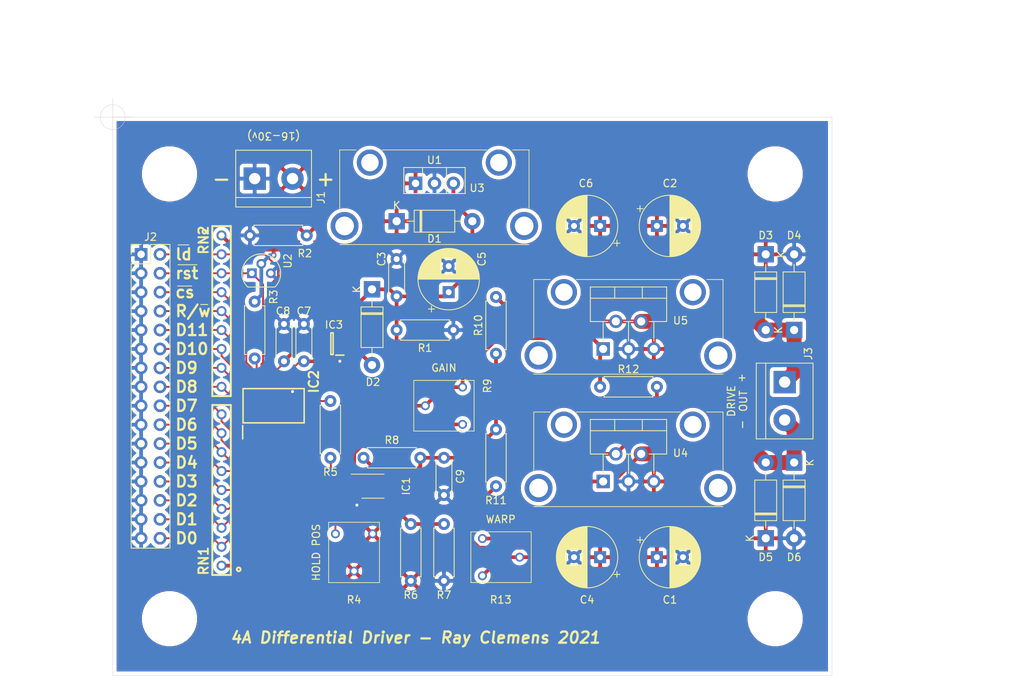
<source format=kicad_pcb>
(kicad_pcb (version 20171130) (host pcbnew "(5.1.6)-1")
  (layers (0 F.Cu signal) (31 B.Cu signal) (34 B.Paste user) (35 F.Paste user) (36 B.SilkS user) (37 F.SilkS user) (38 B.Mask user) (39 F.Mask user) (44 Edge.Cuts user))
  (net 0 "")
  (net 1 GND)
  (net 2 +12V)
  (net 3 +5V)
  (net 4 "Net-(IC1-Pad5)")
  (net 5 "Net-(IC1-Pad3)")
  (net 6 "Net-(IC1-Pad2)")
  (net 7 "Net-(IC1-Pad1)")
  (net 8 "Net-(IC2-Pad14)")
  (net 9 "Net-(IC2-Pad12)")
  (net 10 "Net-(IC2-Pad11)")
  (net 11 "Net-(IC2-Pad10)")
  (net 12 "Net-(IC2-Pad9)")
  (net 13 "Net-(IC2-Pad8)")
  (net 14 "Net-(IC2-Pad7)")
  (net 15 "Net-(IC2-Pad6)")
  (net 16 "Net-(IC2-Pad5)")
  (net 17 "Net-(IC2-Pad4)")
  (net 18 "Net-(IC2-Pad3)")
  (net 19 "Net-(IC2-Pad2)")
  (net 20 "Net-(IC2-Pad1)")
  (net 21 "Net-(IC2-Pad20)")
  (net 22 "Net-(IC2-Pad21)")
  (net 23 "Net-(IC2-Pad23)")
  (net 24 "Net-(IC2-Pad24)")
  (net 25 "Net-(IC2-Pad22)")
  (net 26 /DAC1_OUT)
  (net 27 "Net-(U3-Pad4)")
  (net 28 "Net-(U3-Pad3)")
  (net 29 "Net-(U3-Pad2)")
  (net 30 "Net-(U3-Pad1)")
  (net 31 "Net-(U4-Pad4)")
  (net 32 "Net-(U4-Pad3)")
  (net 33 "Net-(U4-Pad2)")
  (net 34 "Net-(U4-Pad1)")
  (net 35 "Net-(U5-Pad4)")
  (net 36 "Net-(U5-Pad3)")
  (net 37 "Net-(U5-Pad2)")
  (net 38 "Net-(U5-Pad1)")
  (net 39 "Net-(D3-Pad2)")
  (net 40 "Net-(D5-Pad2)")
  (net 41 "Net-(R11-Pad2)")
  (net 42 "Net-(R12-Pad2)")
  (net 43 "Net-(C7-Pad1)")
  (net 44 "Net-(C9-Pad1)")
  (module Diode_THT:D_DO-41_SOD81_P10.16mm_Horizontal (layer F.Cu) (at 136.398 86.614 270)
    (fp_text reference D2 (at 12.446 -0.127) (layer F.SilkS))
    (fp_text value 1N4001)
    (fp_text user K (at 0 2.032 90) (layer F.SilkS))
    (pad 2 thru_hole oval (at 10.16 0 270) (size 2.2 2.2) (drill 1.1) (layers *.Cu *.Mask) (net 43 "Net-(C7-Pad1)"))
    (pad 1 thru_hole rect (at 0 0 270) (size 2.2 2.2) (drill 1.1) (layers *.Cu *.Mask) (net 3 +5V))
  )
  (module MountingHole:MountingHole_6.4mm_M6 (layer F.Cu) (at 109.22 130.81)
    (fp_text reference REF** hide)
    (fp_text value MountingHole_6.4mm_M6)
    (pad 1 np_thru_hole circle (at 0 0) (size 6.4 6.4) (drill 6.4) (layers *.Cu *.Mask))
  )
  (module MountingHole:MountingHole_6.4mm_M6 (layer F.Cu) (at 190.5 130.81)
    (fp_text reference REF** hide)
    (fp_text value MountingHole_6.4mm_M6)
    (pad 1 np_thru_hole circle (at 0 0) (size 6.4 6.4) (drill 6.4) (layers *.Cu *.Mask))
  )
  (module MountingHole:MountingHole_6.4mm_M6 (layer F.Cu) (at 190.5 71.12)
    (fp_text reference REF** hide)
    (fp_text value MountingHole_6.4mm_M6)
    (pad 1 np_thru_hole circle (at 0 0) (size 6.4 6.4) (drill 6.4) (layers *.Cu *.Mask))
  )
  (module MountingHole:MountingHole_6.4mm_M6 (layer F.Cu) (at 109.22 71.12)
    (fp_text reference REF** hide)
    (fp_text value MountingHole_6.4mm_M6)
    (pad 1 np_thru_hole circle (at 0 0) (size 6.4 6.4) (drill 6.4) (layers *.Cu *.Mask))
  )
  (module Package_SO:MSOP-8_3x3mm_P0.65mm (layer F.Cu) (at 136.525 113.03)
    (fp_text reference IC1 (at 4.445 0 90) (layer F.SilkS))
    (fp_text value ADA4522-2)
    (pad 8 smd roundrect (at 2.1125 -0.975) (size 1.625 0.4) (layers F.Cu F.Paste F.Mask) (net 2 +12V))
    (pad 7 smd roundrect (at 2.1125 -0.325) (size 1.625 0.4) (layers F.Cu F.Paste F.Mask) (net 44 "Net-(C9-Pad1)"))
    (pad 6 smd roundrect (at 2.1125 0.325) (size 1.625 0.4) (layers F.Cu F.Paste F.Mask) (net 44 "Net-(C9-Pad1)"))
    (pad 5 smd roundrect (at 2.1125 0.975) (size 1.625 0.4) (layers F.Cu F.Paste F.Mask) (net 4 "Net-(IC1-Pad5)"))
    (pad 4 smd roundrect (at -2.1125 0.975) (size 1.625 0.4) (layers F.Cu F.Paste F.Mask) (net 1 GND))
    (pad 3 smd roundrect (at -2.1125 0.325) (size 1.625 0.4) (layers F.Cu F.Paste F.Mask) (net 5 "Net-(IC1-Pad3)"))
    (pad 2 smd roundrect (at -2.1125 -0.325) (size 1.625 0.4) (layers F.Cu F.Paste F.Mask) (net 6 "Net-(IC1-Pad2)"))
    (pad 1 smd roundrect (at -2.1125 -0.975) (size 1.625 0.4) (layers F.Cu F.Paste F.Mask) (net 7 "Net-(IC1-Pad1)"))
  )
  (module Package_TO_SOT_THT:TO-92 (layer F.Cu) (at 120.269 84.455)
    (fp_text reference U2 (at 4.826 -1.651 90) (layer F.SilkS))
    (fp_text value DS1813)
    (pad 1 thru_hole rect (at 0 0 90) (size 1.3 1.3) (drill 0.75) (layers *.Cu *.Mask) (net 22 "Net-(IC2-Pad21)"))
    (pad 3 thru_hole circle (at 2.54 0 90) (size 1.3 1.3) (drill 0.75) (layers *.Cu *.Mask) (net 1 GND))
    (pad 2 thru_hole circle (at 1.27 -1.27 90) (size 1.3 1.3) (drill 0.75) (layers *.Cu *.Mask) (net 3 +5V))
  )
  (module SamacSys_Parts:SOT96P240X100-3N (layer F.Cu) (at 131.03 93.909 180)
    (fp_text reference IC3 (at -0.254 2.54) (layer F.SilkS))
    (fp_text value ZMR250FTA hide)
    (pad 3 smd rect (at 1.05 0 270) (size 0.65 1.1) (layers F.Cu F.Paste F.Mask) (net 3 +5V))
    (pad 2 smd rect (at -1.05 0.96 270) (size 0.65 1.1) (layers F.Cu F.Paste F.Mask) (net 43 "Net-(C7-Pad1)"))
    (pad 1 smd rect (at -1.05 -0.96 270) (size 0.65 1.1) (layers F.Cu F.Paste F.Mask) (net 1 GND))
  )
  (module SamacSys_Parts:SOP65P780X200-24N (layer F.Cu) (at 123.19 102.235 90)
    (fp_text reference IC2 (at 3.2385 5.3975 90) (layer F.SilkS) (effects (font (size 1.27 1.27) (thickness 0.254))))
    (fp_text value DAC7613E hide)
    (pad 24 smd rect (at 3.55 -3.575 180) (size 0.45 1.8) (layers F.Cu F.Paste F.Mask) (net 24 "Net-(IC2-Pad24)"))
    (pad 23 smd rect (at 3.55 -2.925 180) (size 0.45 1.8) (layers F.Cu F.Paste F.Mask) (net 23 "Net-(IC2-Pad23)"))
    (pad 22 smd rect (at 3.55 -2.275 180) (size 0.45 1.8) (layers F.Cu F.Paste F.Mask) (net 25 "Net-(IC2-Pad22)"))
    (pad 21 smd rect (at 3.55 -1.625 180) (size 0.45 1.8) (layers F.Cu F.Paste F.Mask) (net 22 "Net-(IC2-Pad21)"))
    (pad 20 smd rect (at 3.55 -0.975 180) (size 0.45 1.8) (layers F.Cu F.Paste F.Mask) (net 21 "Net-(IC2-Pad20)"))
    (pad 19 smd rect (at 3.55 -0.325 180) (size 0.45 1.8) (layers F.Cu F.Paste F.Mask) (net 26 /DAC1_OUT))
    (pad 18 smd rect (at 3.55 0.325 180) (size 0.45 1.8) (layers F.Cu F.Paste F.Mask) (net 3 +5V))
    (pad 17 smd rect (at 3.55 0.975 180) (size 0.45 1.8) (layers F.Cu F.Paste F.Mask) (net 1 GND))
    (pad 16 smd rect (at 3.55 1.625 180) (size 0.45 1.8) (layers F.Cu F.Paste F.Mask) (net 1 GND))
    (pad 15 smd rect (at 3.55 2.275 180) (size 0.45 1.8) (layers F.Cu F.Paste F.Mask) (net 43 "Net-(C7-Pad1)"))
    (pad 14 smd rect (at 3.55 2.925 180) (size 0.45 1.8) (layers F.Cu F.Paste F.Mask) (net 8 "Net-(IC2-Pad14)"))
    (pad 13 smd rect (at 3.55 3.575 180) (size 0.45 1.8) (layers F.Cu F.Paste F.Mask) (net 1 GND))
    (pad 12 smd rect (at -3.55 3.575 180) (size 0.45 1.8) (layers F.Cu F.Paste F.Mask) (net 9 "Net-(IC2-Pad12)"))
    (pad 11 smd rect (at -3.55 2.925 180) (size 0.45 1.8) (layers F.Cu F.Paste F.Mask) (net 10 "Net-(IC2-Pad11)"))
    (pad 10 smd rect (at -3.55 2.275 180) (size 0.45 1.8) (layers F.Cu F.Paste F.Mask) (net 11 "Net-(IC2-Pad10)"))
    (pad 9 smd rect (at -3.55 1.625 180) (size 0.45 1.8) (layers F.Cu F.Paste F.Mask) (net 12 "Net-(IC2-Pad9)"))
    (pad 8 smd rect (at -3.55 0.975 180) (size 0.45 1.8) (layers F.Cu F.Paste F.Mask) (net 13 "Net-(IC2-Pad8)"))
    (pad 7 smd rect (at -3.55 0.325 180) (size 0.45 1.8) (layers F.Cu F.Paste F.Mask) (net 14 "Net-(IC2-Pad7)"))
    (pad 6 smd rect (at -3.55 -0.325 180) (size 0.45 1.8) (layers F.Cu F.Paste F.Mask) (net 15 "Net-(IC2-Pad6)"))
    (pad 5 smd rect (at -3.55 -0.975 180) (size 0.45 1.8) (layers F.Cu F.Paste F.Mask) (net 16 "Net-(IC2-Pad5)"))
    (pad 4 smd rect (at -3.55 -1.625 180) (size 0.45 1.8) (layers F.Cu F.Paste F.Mask) (net 17 "Net-(IC2-Pad4)"))
    (pad 3 smd rect (at -3.55 -2.275 180) (size 0.45 1.8) (layers F.Cu F.Paste F.Mask) (net 18 "Net-(IC2-Pad3)"))
    (pad 2 smd rect (at -3.55 -2.925 180) (size 0.45 1.8) (layers F.Cu F.Paste F.Mask) (net 19 "Net-(IC2-Pad2)"))
    (pad 1 smd rect (at -3.55 -3.575 180) (size 0.45 1.8) (layers F.Cu F.Paste F.Mask) (net 20 "Net-(IC2-Pad1)"))
  )
  (module Connector_PinHeader_2.54mm:PinHeader_2x16_P2.54mm_Vertical (layer F.Cu) (at 105.41 81.915)
    (fp_text reference J2 (at 1.27 -2.33) (layer F.SilkS))
    (fp_text value Conn_02x16_Odd_Even)
    (pad 32 thru_hole oval (at 2.54 38.1) (size 1.7 1.7) (drill 1) (layers *.Cu *.Mask) (net 9 "Net-(IC2-Pad12)"))
    (pad 31 thru_hole oval (at 0 38.1) (size 1.7 1.7) (drill 1) (layers *.Cu *.Mask) (net 1 GND))
    (pad 30 thru_hole oval (at 2.54 35.56) (size 1.7 1.7) (drill 1) (layers *.Cu *.Mask) (net 10 "Net-(IC2-Pad11)"))
    (pad 29 thru_hole oval (at 0 35.56) (size 1.7 1.7) (drill 1) (layers *.Cu *.Mask) (net 1 GND))
    (pad 28 thru_hole oval (at 2.54 33.02) (size 1.7 1.7) (drill 1) (layers *.Cu *.Mask) (net 11 "Net-(IC2-Pad10)"))
    (pad 27 thru_hole oval (at 0 33.02) (size 1.7 1.7) (drill 1) (layers *.Cu *.Mask) (net 1 GND))
    (pad 26 thru_hole oval (at 2.54 30.48) (size 1.7 1.7) (drill 1) (layers *.Cu *.Mask) (net 12 "Net-(IC2-Pad9)"))
    (pad 25 thru_hole oval (at 0 30.48) (size 1.7 1.7) (drill 1) (layers *.Cu *.Mask) (net 1 GND))
    (pad 24 thru_hole oval (at 2.54 27.94) (size 1.7 1.7) (drill 1) (layers *.Cu *.Mask) (net 13 "Net-(IC2-Pad8)"))
    (pad 23 thru_hole oval (at 0 27.94) (size 1.7 1.7) (drill 1) (layers *.Cu *.Mask) (net 1 GND))
    (pad 22 thru_hole oval (at 2.54 25.4) (size 1.7 1.7) (drill 1) (layers *.Cu *.Mask) (net 14 "Net-(IC2-Pad7)"))
    (pad 21 thru_hole oval (at 0 25.4) (size 1.7 1.7) (drill 1) (layers *.Cu *.Mask) (net 1 GND))
    (pad 20 thru_hole oval (at 2.54 22.86) (size 1.7 1.7) (drill 1) (layers *.Cu *.Mask) (net 15 "Net-(IC2-Pad6)"))
    (pad 19 thru_hole oval (at 0 22.86) (size 1.7 1.7) (drill 1) (layers *.Cu *.Mask) (net 1 GND))
    (pad 18 thru_hole oval (at 2.54 20.32) (size 1.7 1.7) (drill 1) (layers *.Cu *.Mask) (net 16 "Net-(IC2-Pad5)"))
    (pad 17 thru_hole oval (at 0 20.32) (size 1.7 1.7) (drill 1) (layers *.Cu *.Mask) (net 1 GND))
    (pad 16 thru_hole oval (at 2.54 17.78) (size 1.7 1.7) (drill 1) (layers *.Cu *.Mask) (net 17 "Net-(IC2-Pad4)"))
    (pad 15 thru_hole oval (at 0 17.78) (size 1.7 1.7) (drill 1) (layers *.Cu *.Mask) (net 1 GND))
    (pad 14 thru_hole oval (at 2.54 15.24) (size 1.7 1.7) (drill 1) (layers *.Cu *.Mask) (net 18 "Net-(IC2-Pad3)"))
    (pad 13 thru_hole oval (at 0 15.24) (size 1.7 1.7) (drill 1) (layers *.Cu *.Mask) (net 1 GND))
    (pad 12 thru_hole oval (at 2.54 12.7) (size 1.7 1.7) (drill 1) (layers *.Cu *.Mask) (net 19 "Net-(IC2-Pad2)"))
    (pad 11 thru_hole oval (at 0 12.7) (size 1.7 1.7) (drill 1) (layers *.Cu *.Mask) (net 1 GND))
    (pad 10 thru_hole oval (at 2.54 10.16) (size 1.7 1.7) (drill 1) (layers *.Cu *.Mask) (net 20 "Net-(IC2-Pad1)"))
    (pad 9 thru_hole oval (at 0 10.16) (size 1.7 1.7) (drill 1) (layers *.Cu *.Mask) (net 1 GND))
    (pad 8 thru_hole oval (at 2.54 7.62) (size 1.7 1.7) (drill 1) (layers *.Cu *.Mask) (net 24 "Net-(IC2-Pad24)"))
    (pad 7 thru_hole oval (at 0 7.62) (size 1.7 1.7) (drill 1) (layers *.Cu *.Mask) (net 1 GND))
    (pad 6 thru_hole oval (at 2.54 5.08) (size 1.7 1.7) (drill 1) (layers *.Cu *.Mask) (net 23 "Net-(IC2-Pad23)"))
    (pad 5 thru_hole oval (at 0 5.08) (size 1.7 1.7) (drill 1) (layers *.Cu *.Mask) (net 1 GND))
    (pad 4 thru_hole oval (at 2.54 2.54) (size 1.7 1.7) (drill 1) (layers *.Cu *.Mask) (net 22 "Net-(IC2-Pad21)"))
    (pad 3 thru_hole oval (at 0 2.54) (size 1.7 1.7) (drill 1) (layers *.Cu *.Mask) (net 1 GND))
    (pad 2 thru_hole oval (at 2.54 0) (size 1.7 1.7) (drill 1) (layers *.Cu *.Mask) (net 21 "Net-(IC2-Pad20)"))
    (pad 1 thru_hole rect (at 0 0) (size 1.7 1.7) (drill 1) (layers *.Cu *.Mask) (net 1 GND))
  )
  (module Package_TO_SOT_THT:TO-220-5_P3.4x3.7mm_StaggerOdd_Lead3.8mm_Vertical (layer F.Cu) (at 167.415 112.395)
    (fp_text reference U7 hide)
    (fp_text value LM1875)
    (pad 5 thru_hole oval (at 6.8 0) (size 1.8 1.8) (drill 1.1) (layers *.Cu *.Mask) (net 2 +12V))
    (pad 4 thru_hole oval (at 5.1 -3.7) (size 1.8 1.8) (drill 1.1) (layers *.Cu *.Mask) (net 40 "Net-(D5-Pad2)"))
    (pad 3 thru_hole oval (at 3.4 0) (size 1.8 1.8) (drill 1.1) (layers *.Cu *.Mask) (net 1 GND))
    (pad 2 thru_hole oval (at 1.7 -3.7) (size 1.8 1.8) (drill 1.1) (layers *.Cu *.Mask) (net 42 "Net-(R12-Pad2)"))
    (pad 1 thru_hole rect (at 0 0) (size 1.8 1.8) (drill 1.1) (layers *.Cu *.Mask) (net 41 "Net-(R11-Pad2)"))
  )
  (module Package_TO_SOT_THT:TO-220-5_P3.4x3.7mm_StaggerOdd_Lead3.8mm_Vertical (layer F.Cu) (at 167.415 94.615)
    (fp_text reference U6 hide)
    (fp_text value LM1875)
    (pad 5 thru_hole oval (at 6.8 0) (size 1.8 1.8) (drill 1.1) (layers *.Cu *.Mask) (net 2 +12V))
    (pad 4 thru_hole oval (at 5.1 -3.7) (size 1.8 1.8) (drill 1.1) (layers *.Cu *.Mask) (net 39 "Net-(D3-Pad2)"))
    (pad 3 thru_hole oval (at 3.4 0) (size 1.8 1.8) (drill 1.1) (layers *.Cu *.Mask) (net 1 GND))
    (pad 2 thru_hole oval (at 1.7 -3.7) (size 1.8 1.8) (drill 1.1) (layers *.Cu *.Mask) (net 39 "Net-(D3-Pad2)"))
    (pad 1 thru_hole rect (at 0 0) (size 1.8 1.8) (drill 1.1) (layers *.Cu *.Mask) (net 7 "Net-(IC1-Pad1)"))
  )
  (module SamacSys_Parts:240118ABEH22 (layer F.Cu) (at 158.75 95.495)
    (fp_text reference U5 (at 19.05 -4.69) (layer F.SilkS))
    (fp_text value 240-118ABEH-22 hide)
    (pad 1 thru_hole circle (at 0 0) (size 3.75 3.75) (drill 2.5) (layers *.Cu *.Mask) (net 38 "Net-(U5-Pad1)"))
    (pad 2 thru_hole circle (at 24.1 0) (size 3.75 3.75) (drill 2.5) (layers *.Cu *.Mask) (net 37 "Net-(U5-Pad2)"))
    (pad 3 thru_hole circle (at 3.4 -8.5) (size 3.515 3.515) (drill 2.3431) (layers *.Cu *.Mask) (net 36 "Net-(U5-Pad3)"))
    (pad 4 thru_hole circle (at 20.7 -8.5) (size 3.515 3.515) (drill 2.3431) (layers *.Cu *.Mask) (net 35 "Net-(U5-Pad4)"))
  )
  (module SamacSys_Parts:240118ABEH22 (layer F.Cu) (at 158.75 113.275)
    (fp_text reference U4 (at 19.05 -4.69) (layer F.SilkS))
    (fp_text value 240-118ABEH-22 hide)
    (pad 1 thru_hole circle (at 0 0) (size 3.75 3.75) (drill 2.5) (layers *.Cu *.Mask) (net 34 "Net-(U4-Pad1)"))
    (pad 2 thru_hole circle (at 24.1 0) (size 3.75 3.75) (drill 2.5) (layers *.Cu *.Mask) (net 33 "Net-(U4-Pad2)"))
    (pad 3 thru_hole circle (at 3.4 -8.5) (size 3.515 3.515) (drill 2.3431) (layers *.Cu *.Mask) (net 32 "Net-(U4-Pad3)"))
    (pad 4 thru_hole circle (at 20.7 -8.5) (size 3.515 3.515) (drill 2.3431) (layers *.Cu *.Mask) (net 31 "Net-(U4-Pad4)"))
  )
  (module SamacSys_Parts:240118ABEH22 (layer F.Cu) (at 132.715 78.105)
    (fp_text reference U3 (at 17.78 -5.08) (layer F.SilkS))
    (fp_text value 240-118ABEH-22 hide)
    (pad 1 thru_hole circle (at 0 0) (size 3.75 3.75) (drill 2.5) (layers *.Cu *.Mask) (net 30 "Net-(U3-Pad1)"))
    (pad 2 thru_hole circle (at 24.1 0) (size 3.75 3.75) (drill 2.5) (layers *.Cu *.Mask) (net 29 "Net-(U3-Pad2)"))
    (pad 3 thru_hole circle (at 3.4 -8.5) (size 3.515 3.515) (drill 2.3431) (layers *.Cu *.Mask) (net 28 "Net-(U3-Pad3)"))
    (pad 4 thru_hole circle (at 20.7 -8.5) (size 3.515 3.515) (drill 2.3431) (layers *.Cu *.Mask) (net 27 "Net-(U3-Pad4)"))
  )
  (module Package_TO_SOT_THT:TO-126-3_Vertical (layer F.Cu) (at 142.24 72.39)
    (fp_text reference U1 (at 2.54 -3.12) (layer F.SilkS))
    (fp_text value L7805)
    (pad 3 thru_hole oval (at 5.08 0) (size 1.8 1.8) (drill 1) (layers *.Cu *.Mask) (net 3 +5V))
    (pad 2 thru_hole oval (at 2.54 0) (size 1.8 1.8) (drill 1) (layers *.Cu *.Mask) (net 1 GND))
    (pad 1 thru_hole rect (at 0 0) (size 1.8 1.8) (drill 1) (layers *.Cu *.Mask) (net 2 +12V))
  )
  (module SamacSys_Parts:4609X (layer F.Cu) (at 116.205 89.535 270)
    (fp_text reference RN2 (at -9.525 2.413 90) (layer F.SilkS) (effects (font (size 1.27 1.27) (thickness 0.254))))
    (fp_text value 4609M-101-103LF hide)
    (pad 9 thru_hole circle (at 10.16 0 270) (size 1.34 1.34) (drill 0.84) (layers *.Cu *.Mask) (net 17 "Net-(IC2-Pad4)"))
    (pad 8 thru_hole circle (at 7.62 0 270) (size 1.34 1.34) (drill 0.84) (layers *.Cu *.Mask) (net 18 "Net-(IC2-Pad3)"))
    (pad 7 thru_hole circle (at 5.08 0 270) (size 1.34 1.34) (drill 0.84) (layers *.Cu *.Mask) (net 19 "Net-(IC2-Pad2)"))
    (pad 6 thru_hole circle (at 2.54 0 270) (size 1.34 1.34) (drill 0.84) (layers *.Cu *.Mask) (net 20 "Net-(IC2-Pad1)"))
    (pad 5 thru_hole circle (at 0 0 270) (size 1.34 1.34) (drill 0.84) (layers *.Cu *.Mask) (net 24 "Net-(IC2-Pad24)"))
    (pad 4 thru_hole circle (at -2.54 0 270) (size 1.34 1.34) (drill 0.84) (layers *.Cu *.Mask) (net 23 "Net-(IC2-Pad23)"))
    (pad 3 thru_hole circle (at -5.08 0 270) (size 1.34 1.34) (drill 0.84) (layers *.Cu *.Mask) (net 22 "Net-(IC2-Pad21)"))
    (pad 2 thru_hole circle (at -7.62 0 270) (size 1.34 1.34) (drill 0.84) (layers *.Cu *.Mask) (net 21 "Net-(IC2-Pad20)"))
    (pad 1 thru_hole circle (at -10.16 0 270) (size 1.34 1.34) (drill 0.84) (layers *.Cu *.Mask) (net 3 +5V))
  )
  (module SamacSys_Parts:4609X (layer F.Cu) (at 116.205 113.538 90)
    (fp_text reference RN1 (at -9.525 -2.413 90) (layer F.SilkS) (effects (font (size 1.27 1.27) (thickness 0.254))))
    (fp_text value 4609M-101-103LF hide)
    (pad 9 thru_hole circle (at 10.16 0 90) (size 1.34 1.34) (drill 0.84) (layers *.Cu *.Mask) (net 16 "Net-(IC2-Pad5)"))
    (pad 8 thru_hole circle (at 7.62 0 90) (size 1.34 1.34) (drill 0.84) (layers *.Cu *.Mask) (net 15 "Net-(IC2-Pad6)"))
    (pad 7 thru_hole circle (at 5.08 0 90) (size 1.34 1.34) (drill 0.84) (layers *.Cu *.Mask) (net 14 "Net-(IC2-Pad7)"))
    (pad 6 thru_hole circle (at 2.54 0 90) (size 1.34 1.34) (drill 0.84) (layers *.Cu *.Mask) (net 13 "Net-(IC2-Pad8)"))
    (pad 5 thru_hole circle (at 0 0 90) (size 1.34 1.34) (drill 0.84) (layers *.Cu *.Mask) (net 12 "Net-(IC2-Pad9)"))
    (pad 4 thru_hole circle (at -2.54 0 90) (size 1.34 1.34) (drill 0.84) (layers *.Cu *.Mask) (net 11 "Net-(IC2-Pad10)"))
    (pad 3 thru_hole circle (at -5.08 0 90) (size 1.34 1.34) (drill 0.84) (layers *.Cu *.Mask) (net 10 "Net-(IC2-Pad11)"))
    (pad 2 thru_hole circle (at -7.62 0 90) (size 1.34 1.34) (drill 0.84) (layers *.Cu *.Mask) (net 9 "Net-(IC2-Pad12)"))
    (pad 1 thru_hole circle (at -10.16 0 90) (size 1.34 1.34) (drill 0.84) (layers *.Cu *.Mask) (net 3 +5V))
  )
  (module SamacSys_Parts:3306P1204 (layer F.Cu) (at 153.71 122.555 270)
    (fp_text reference R13 (at 5.715 0.04 180) (layer F.SilkS))
    (fp_text value 3306P-1-204 hide)
    (pad 3 thru_hole circle (at 2.5 2.5 270) (size 1.2 1.2) (drill 0.75) (layers *.Cu *.Mask) (net 40 "Net-(D5-Pad2)"))
    (pad 2 thru_hole circle (at 0 -2.5 270) (size 1.2 1.2) (drill 0.75) (layers *.Cu *.Mask) (net 40 "Net-(D5-Pad2)"))
    (pad 1 thru_hole circle (at -2.5 2.5 270) (size 1.2 1.2) (drill 0.75) (layers *.Cu *.Mask) (net 42 "Net-(R12-Pad2)"))
  )
  (module Resistor_THT:R_Axial_DIN0207_L6.3mm_D2.5mm_P7.62mm_Horizontal (layer F.Cu) (at 167.005 99.695)
    (fp_text reference R12 (at 3.81 -2.37) (layer F.SilkS))
    (fp_text value 100k)
    (pad 2 thru_hole oval (at 7.62 0) (size 1.6 1.6) (drill 0.8) (layers *.Cu *.Mask) (net 42 "Net-(R12-Pad2)"))
    (pad 1 thru_hole circle (at 0 0) (size 1.6 1.6) (drill 0.8) (layers *.Cu *.Mask) (net 7 "Net-(IC1-Pad1)"))
  )
  (module Resistor_THT:R_Axial_DIN0207_L6.3mm_D2.5mm_P7.62mm_Horizontal (layer F.Cu) (at 153.035 105.41 270)
    (fp_text reference R11 (at 9.525 0 180) (layer F.SilkS))
    (fp_text value 10k)
    (pad 2 thru_hole oval (at 7.62 0 270) (size 1.6 1.6) (drill 0.8) (layers *.Cu *.Mask) (net 41 "Net-(R11-Pad2)"))
    (pad 1 thru_hole circle (at 0 0 270) (size 1.6 1.6) (drill 0.8) (layers *.Cu *.Mask) (net 44 "Net-(C9-Pad1)"))
  )
  (module Resistor_THT:R_Axial_DIN0207_L6.3mm_D2.5mm_P7.62mm_Horizontal (layer F.Cu) (at 153.035 95.25 90)
    (fp_text reference R10 (at 3.81 -2.37 90) (layer F.SilkS))
    (fp_text value 100k)
    (pad 2 thru_hole oval (at 7.62 0 90) (size 1.6 1.6) (drill 0.8) (layers *.Cu *.Mask) (net 39 "Net-(D3-Pad2)"))
    (pad 1 thru_hole circle (at 0 0 90) (size 1.6 1.6) (drill 0.8) (layers *.Cu *.Mask) (net 44 "Net-(C9-Pad1)"))
  )
  (module SamacSys_Parts:3306P1204 (layer F.Cu) (at 146.05 102.235 90)
    (fp_text reference R9 (at 2.667 5.842 90) (layer F.SilkS))
    (fp_text value 3306P-1-204 hide)
    (pad 3 thru_hole circle (at 2.5 2.5 90) (size 1.2 1.2) (drill 0.75) (layers *.Cu *.Mask) (net 7 "Net-(IC1-Pad1)"))
    (pad 2 thru_hole circle (at 0 -2.5 90) (size 1.2 1.2) (drill 0.75) (layers *.Cu *.Mask) (net 7 "Net-(IC1-Pad1)"))
    (pad 1 thru_hole circle (at -2.5 2.5 90) (size 1.2 1.2) (drill 0.75) (layers *.Cu *.Mask) (net 6 "Net-(IC1-Pad2)"))
  )
  (module Resistor_THT:R_Axial_DIN0207_L6.3mm_D2.5mm_P7.62mm_Horizontal (layer F.Cu) (at 135.255 109.22)
    (fp_text reference R8 (at 3.81 -2.37) (layer F.SilkS))
    (fp_text value 10k)
    (pad 2 thru_hole oval (at 7.62 0) (size 1.6 1.6) (drill 0.8) (layers *.Cu *.Mask) (net 44 "Net-(C9-Pad1)"))
    (pad 1 thru_hole circle (at 0 0) (size 1.6 1.6) (drill 0.8) (layers *.Cu *.Mask) (net 6 "Net-(IC1-Pad2)"))
  )
  (module Resistor_THT:R_Axial_DIN0207_L6.3mm_D2.5mm_P7.62mm_Horizontal (layer F.Cu) (at 146.05 118.11 270)
    (fp_text reference R7 (at 9.525 0 180) (layer F.SilkS))
    (fp_text value 10k)
    (pad 2 thru_hole oval (at 7.62 0 270) (size 1.6 1.6) (drill 0.8) (layers *.Cu *.Mask) (net 1 GND))
    (pad 1 thru_hole circle (at 0 0 270) (size 1.6 1.6) (drill 0.8) (layers *.Cu *.Mask) (net 4 "Net-(IC1-Pad5)"))
  )
  (module Resistor_THT:R_Axial_DIN0207_L6.3mm_D2.5mm_P7.62mm_Horizontal (layer F.Cu) (at 141.605 125.73 90)
    (fp_text reference R6 (at -1.905 0 180) (layer F.SilkS))
    (fp_text value 10k)
    (pad 2 thru_hole oval (at 7.62 0 90) (size 1.6 1.6) (drill 0.8) (layers *.Cu *.Mask) (net 4 "Net-(IC1-Pad5)"))
    (pad 1 thru_hole circle (at 0 0 90) (size 1.6 1.6) (drill 0.8) (layers *.Cu *.Mask) (net 2 +12V))
  )
  (module Resistor_THT:R_Axial_DIN0207_L6.3mm_D2.5mm_P7.62mm_Horizontal (layer F.Cu) (at 130.81 109.22 90)
    (fp_text reference R5 (at -1.905 0 180) (layer F.SilkS))
    (fp_text value 100k)
    (pad 2 thru_hole oval (at 7.62 0 90) (size 1.6 1.6) (drill 0.8) (layers *.Cu *.Mask) (net 26 /DAC1_OUT))
    (pad 1 thru_hole circle (at 0 0 90) (size 1.6 1.6) (drill 0.8) (layers *.Cu *.Mask) (net 5 "Net-(IC1-Pad3)"))
  )
  (module SamacSys_Parts:3306P1204 (layer F.Cu) (at 133.985 121.92 180)
    (fp_text reference R4 (at 0 -6.35) (layer F.SilkS))
    (fp_text value 3306P-1-204 hide)
    (pad 3 thru_hole circle (at 2.5 2.5 180) (size 1.2 1.2) (drill 0.75) (layers *.Cu *.Mask) (net 5 "Net-(IC1-Pad3)"))
    (pad 2 thru_hole circle (at 0 -2.5 180) (size 1.2 1.2) (drill 0.75) (layers *.Cu *.Mask) (net 2 +12V))
    (pad 1 thru_hole circle (at -2.5 2.5 180) (size 1.2 1.2) (drill 0.75) (layers *.Cu *.Mask) (net 2 +12V))
  )
  (module Resistor_THT:R_Axial_DIN0207_L6.3mm_D2.5mm_P7.62mm_Horizontal (layer F.Cu) (at 120.65 88.265 270)
    (fp_text reference R3 (at -0.635 -2.54 90) (layer F.SilkS))
    (fp_text value 1k0)
    (pad 2 thru_hole oval (at 7.62 0 270) (size 1.6 1.6) (drill 0.8) (layers *.Cu *.Mask) (net 25 "Net-(IC2-Pad22)"))
    (pad 1 thru_hole circle (at 0 0 270) (size 1.6 1.6) (drill 0.8) (layers *.Cu *.Mask) (net 3 +5V))
  )
  (module Resistor_THT:R_Axial_DIN0207_L6.3mm_D2.5mm_P7.62mm_Horizontal (layer F.Cu) (at 127.635 79.375 180)
    (fp_text reference R2 (at 0.254 -2.413) (layer F.SilkS))
    (fp_text value 10k)
    (pad 2 thru_hole oval (at 7.62 0 180) (size 1.6 1.6) (drill 0.8) (layers *.Cu *.Mask) (net 1 GND))
    (pad 1 thru_hole circle (at 0 0 180) (size 1.6 1.6) (drill 0.8) (layers *.Cu *.Mask) (net 2 +12V))
  )
  (module Resistor_THT:R_Axial_DIN0207_L6.3mm_D2.5mm_P7.62mm_Horizontal (layer F.Cu) (at 139.7 92.075)
    (fp_text reference R1 (at 3.81 2.413) (layer F.SilkS))
    (fp_text value 1k0)
    (pad 2 thru_hole oval (at 7.62 0) (size 1.6 1.6) (drill 0.8) (layers *.Cu *.Mask) (net 1 GND))
    (pad 1 thru_hole circle (at 0 0) (size 1.6 1.6) (drill 0.8) (layers *.Cu *.Mask) (net 3 +5V))
  )
  (module TerminalBlock:TerminalBlock_bornier-2_P5.08mm (layer F.Cu) (at 191.77 99.06 270)
    (fp_text reference J3 (at -3.81 -3.175 90) (layer F.SilkS))
    (fp_text value Screw_Terminal_01x02)
    (pad 2 thru_hole circle (at 5.08 0 270) (size 3 3) (drill 1.52) (layers *.Cu *.Mask) (net 40 "Net-(D5-Pad2)"))
    (pad 1 thru_hole rect (at 0 0 270) (size 3 3) (drill 1.52) (layers *.Cu *.Mask) (net 39 "Net-(D3-Pad2)"))
  )
  (module TerminalBlock:TerminalBlock_bornier-2_P5.08mm (layer F.Cu) (at 120.65 71.755)
    (fp_text reference J1 (at 8.89 2.54 90) (layer F.SilkS))
    (fp_text value Screw_Terminal_01x02)
    (pad 2 thru_hole circle (at 5.08 0) (size 3 3) (drill 1.52) (layers *.Cu *.Mask) (net 2 +12V))
    (pad 1 thru_hole rect (at 0 0) (size 3 3) (drill 1.52) (layers *.Cu *.Mask) (net 1 GND))
  )
  (module Diode_THT:D_DO-41_SOD81_P10.16mm_Horizontal (layer F.Cu) (at 193.04 109.855 270)
    (fp_text reference D6 (at 12.7 0 180) (layer F.SilkS))
    (fp_text value 1N4001)
    (fp_text user K (at 0 -2.1 90) (layer F.SilkS))
    (pad 2 thru_hole oval (at 10.16 0 270) (size 2.2 2.2) (drill 1.1) (layers *.Cu *.Mask) (net 1 GND))
    (pad 1 thru_hole rect (at 0 0 270) (size 2.2 2.2) (drill 1.1) (layers *.Cu *.Mask) (net 40 "Net-(D5-Pad2)"))
  )
  (module Diode_THT:D_DO-41_SOD81_P10.16mm_Horizontal (layer F.Cu) (at 189.23 120.015 90)
    (fp_text reference D5 (at -2.54 0 180) (layer F.SilkS))
    (fp_text value 1N4001)
    (fp_text user K (at 0 -2.1 90) (layer F.SilkS))
    (pad 2 thru_hole oval (at 10.16 0 90) (size 2.2 2.2) (drill 1.1) (layers *.Cu *.Mask) (net 40 "Net-(D5-Pad2)"))
    (pad 1 thru_hole rect (at 0 0 90) (size 2.2 2.2) (drill 1.1) (layers *.Cu *.Mask) (net 2 +12V))
  )
  (module Diode_THT:D_DO-41_SOD81_P10.16mm_Horizontal (layer F.Cu) (at 193.04 92.075 90)
    (fp_text reference D4 (at 12.7 0 180) (layer F.SilkS))
    (fp_text value 1N4001)
    (fp_text user K (at 0 -2.1 90) (layer F.SilkS))
    (pad 2 thru_hole oval (at 10.16 0 90) (size 2.2 2.2) (drill 1.1) (layers *.Cu *.Mask) (net 1 GND))
    (pad 1 thru_hole rect (at 0 0 90) (size 2.2 2.2) (drill 1.1) (layers *.Cu *.Mask) (net 39 "Net-(D3-Pad2)"))
  )
  (module Diode_THT:D_DO-41_SOD81_P10.16mm_Horizontal (layer F.Cu) (at 189.23 81.915 270)
    (fp_text reference D3 (at -2.54 0 180) (layer F.SilkS))
    (fp_text value 1N4001)
    (fp_text user K (at 0 -2.1 90) (layer F.SilkS))
    (pad 2 thru_hole oval (at 10.16 0 270) (size 2.2 2.2) (drill 1.1) (layers *.Cu *.Mask) (net 39 "Net-(D3-Pad2)"))
    (pad 1 thru_hole rect (at 0 0 270) (size 2.2 2.2) (drill 1.1) (layers *.Cu *.Mask) (net 2 +12V))
  )
  (module Diode_THT:D_DO-41_SOD81_P10.16mm_Horizontal (layer F.Cu) (at 139.7 77.47)
    (fp_text reference D1 (at 5.08 2.3495 180) (layer F.SilkS))
    (fp_text value 1N4001)
    (fp_text user K (at 0 -2.1) (layer F.SilkS))
    (pad 2 thru_hole oval (at 10.16 0) (size 2.2 2.2) (drill 1.1) (layers *.Cu *.Mask) (net 3 +5V))
    (pad 1 thru_hole rect (at 0 0) (size 2.2 2.2) (drill 1.1) (layers *.Cu *.Mask) (net 2 +12V))
  )
  (module Capacitor_THT:C_Disc_D4.3mm_W1.9mm_P5.00mm (layer F.Cu) (at 146.05 109.22 270)
    (fp_text reference C9 (at 2.5 -2.2 90) (layer F.SilkS))
    (fp_text value 0u1)
    (pad 2 thru_hole circle (at 5 0 270) (size 1.6 1.6) (drill 0.8) (layers *.Cu *.Mask) (net 1 GND))
    (pad 1 thru_hole circle (at 0 0 270) (size 1.6 1.6) (drill 0.8) (layers *.Cu *.Mask) (net 44 "Net-(C9-Pad1)"))
  )
  (module Capacitor_THT:C_Disc_D4.3mm_W1.9mm_P5.00mm (layer F.Cu) (at 124.587 96.266 90)
    (fp_text reference C8 (at 6.731 -0.127) (layer F.SilkS))
    (fp_text value 0u1)
    (pad 2 thru_hole circle (at 5 0 90) (size 1.6 1.6) (drill 0.8) (layers *.Cu *.Mask) (net 1 GND))
    (pad 1 thru_hole circle (at 0 0 90) (size 1.6 1.6) (drill 0.8) (layers *.Cu *.Mask) (net 3 +5V))
  )
  (module Capacitor_THT:C_Disc_D4.3mm_W1.9mm_P5.00mm (layer F.Cu) (at 127.254 96.266 90)
    (fp_text reference C7 (at 6.731 0) (layer F.SilkS))
    (fp_text value 0u1)
    (pad 2 thru_hole circle (at 5 0 90) (size 1.6 1.6) (drill 0.8) (layers *.Cu *.Mask) (net 1 GND))
    (pad 1 thru_hole circle (at 0 0 90) (size 1.6 1.6) (drill 0.8) (layers *.Cu *.Mask) (net 43 "Net-(C7-Pad1)"))
  )
  (module Capacitor_THT:CP_Radial_D8.0mm_P3.50mm (layer F.Cu) (at 167.005 78.105 180)
    (fp_text reference C6 (at 1.905 5.715) (layer F.SilkS))
    (fp_text value 100u)
    (pad 2 thru_hole circle (at 3.5 0 180) (size 1.6 1.6) (drill 0.8) (layers *.Cu *.Mask) (net 1 GND))
    (pad 1 thru_hole rect (at 0 0 180) (size 1.6 1.6) (drill 0.8) (layers *.Cu *.Mask) (net 2 +12V))
  )
  (module Capacitor_THT:CP_Radial_D8.0mm_P3.50mm (layer F.Cu) (at 146.685 86.995 90)
    (fp_text reference C5 (at 4.445 4.445 90) (layer F.SilkS))
    (fp_text value 100u)
    (pad 2 thru_hole circle (at 3.5 0 90) (size 1.6 1.6) (drill 0.8) (layers *.Cu *.Mask) (net 1 GND))
    (pad 1 thru_hole rect (at 0 0 90) (size 1.6 1.6) (drill 0.8) (layers *.Cu *.Mask) (net 3 +5V))
  )
  (module Capacitor_THT:CP_Radial_D8.0mm_P3.50mm (layer F.Cu) (at 167.005 122.555 180)
    (fp_text reference C4 (at 1.75 -5.715) (layer F.SilkS))
    (fp_text value 100u)
    (pad 2 thru_hole circle (at 3.5 0 180) (size 1.6 1.6) (drill 0.8) (layers *.Cu *.Mask) (net 1 GND))
    (pad 1 thru_hole rect (at 0 0 180) (size 1.6 1.6) (drill 0.8) (layers *.Cu *.Mask) (net 2 +12V))
  )
  (module Capacitor_THT:C_Disc_D4.3mm_W1.9mm_P5.00mm (layer F.Cu) (at 139.7 87.55 90)
    (fp_text reference C3 (at 5 -2.032 90) (layer F.SilkS))
    (fp_text value 0u1)
    (pad 2 thru_hole circle (at 5 0 90) (size 1.6 1.6) (drill 0.8) (layers *.Cu *.Mask) (net 1 GND))
    (pad 1 thru_hole circle (at 0 0 90) (size 1.6 1.6) (drill 0.8) (layers *.Cu *.Mask) (net 3 +5V))
  )
  (module Capacitor_THT:CP_Radial_D8.0mm_P3.50mm (layer F.Cu) (at 174.625 78.105)
    (fp_text reference C2 (at 1.75 -5.715) (layer F.SilkS))
    (fp_text value 100u)
    (pad 2 thru_hole circle (at 3.5 0) (size 1.6 1.6) (drill 0.8) (layers *.Cu *.Mask) (net 1 GND))
    (pad 1 thru_hole rect (at 0 0) (size 1.6 1.6) (drill 0.8) (layers *.Cu *.Mask) (net 2 +12V))
  )
  (module Capacitor_THT:CP_Radial_D8.0mm_P3.50mm (layer F.Cu) (at 174.625 122.555)
    (fp_text reference C1 (at 1.75 5.715) (layer F.SilkS))
    (fp_text value 100u)
    (pad 2 thru_hole circle (at 3.5 0) (size 1.6 1.6) (drill 0.8) (layers *.Cu *.Mask) (net 1 GND))
    (pad 1 thru_hole rect (at 0 0) (size 1.6 1.6) (drill 0.8) (layers *.Cu *.Mask) (net 2 +12V))
  )
  (target plus (at 101.6 63.5) (size 5) (width 0.05) (layer Edge.Cuts))
  (gr_text + (at 186.055 98.425) (layer F.SilkS) (effects (font (size 1 1))))
  (gr_text - (at 186.055 104.775 90) (layer F.SilkS) (effects (font (size 1 1))))
  (gr_text "DRIVE\nOUT" (at 185.42 101.6 90) (layer F.SilkS) (effects (font (size 1 1))))
  (gr_text + (at 130.175 71.755) (layer F.SilkS) (effects (font (size 2 2) (thickness 0.3))))
  (gr_text "(16-30v)" (at 123.19 66.04 180) (layer F.SilkS) (effects (font (size 1 1))))
  (gr_text - (at 116.205 71.755) (layer F.SilkS) (effects (font (size 2 2) (thickness 0.3))))
  (gr_text WARP (at 153.67 117.475) (layer F.SilkS) (effects (font (size 1 1))))
  (gr_text "HOLD POS" (at 128.905 121.92 90) (layer F.SilkS) (effects (font (size 1 1))))
  (gr_text GAIN (at 146.05 97.155) (layer F.SilkS) (effects (font (size 1 1))))
  (gr_line (start 110.363 80.645) (end 111.8235 80.645) (layer F.SilkS) (width 0.12))
  (gr_line (start 112.903 83.312) (end 110.363 83.312) (layer F.SilkS) (width 0.12))
  (gr_line (start 110.2995 86.1695) (end 112.2045 86.1695) (layer F.SilkS) (width 0.12))
  (gr_line (start 114.3635 88.646) (end 113.411 88.646) (layer F.SilkS) (width 0.12))
  (gr_text ld (at 109.855 81.915) (layer F.SilkS) (effects (font (size 1.5 1.5) (thickness 0.3)) (justify left)))
  (gr_text rst (at 109.855 84.455) (layer F.SilkS) (effects (font (size 1.5 1.5) (thickness 0.3)) (justify left)))
  (gr_text cs (at 109.855 86.995) (layer F.SilkS) (effects (font (size 1.5 1.5) (thickness 0.3)) (justify left)))
  (gr_text R/w (at 109.855 89.535) (layer F.SilkS) (effects (font (size 1.5 1.5) (thickness 0.3)) (justify left)))
  (gr_text D11 (at 109.855 92.075) (layer F.SilkS) (effects (font (size 1.5 1.5) (thickness 0.3)) (justify left)))
  (gr_text D10 (at 109.855 94.615) (layer F.SilkS) (effects (font (size 1.5 1.5) (thickness 0.3)) (justify left)))
  (gr_text D9 (at 109.855 97.155) (layer F.SilkS) (effects (font (size 1.5 1.5) (thickness 0.3)) (justify left)))
  (gr_text D8 (at 109.855 99.695) (layer F.SilkS) (effects (font (size 1.5 1.5) (thickness 0.3)) (justify left)))
  (gr_text D7 (at 109.855 102.235) (layer F.SilkS) (effects (font (size 1.5 1.5) (thickness 0.3)) (justify left)))
  (gr_text D6 (at 109.855 104.775) (layer F.SilkS) (effects (font (size 1.5 1.5) (thickness 0.3)) (justify left)))
  (gr_text D5 (at 109.855 107.315) (layer F.SilkS) (effects (font (size 1.5 1.5) (thickness 0.3)) (justify left)))
  (gr_text D4 (at 109.855 109.855) (layer F.SilkS) (effects (font (size 1.5 1.5) (thickness 0.3)) (justify left)))
  (gr_text D3 (at 109.855 112.395) (layer F.SilkS) (effects (font (size 1.5 1.5) (thickness 0.3)) (justify left)))
  (gr_text D2 (at 109.855 114.935) (layer F.SilkS) (effects (font (size 1.5 1.5) (thickness 0.3)) (justify left)))
  (gr_text D1 (at 109.855 117.475) (layer F.SilkS) (effects (font (size 1.5 1.5) (thickness 0.3)) (justify left)))
  (gr_text D0 (at 109.855 120.015) (layer F.SilkS) (effects (font (size 1.5 1.5) (thickness 0.3)) (justify left)))
  (gr_text "4A Differential Driver - Ray Clemens 2021\n" (at 142.24 133.35) (layer F.SilkS) (effects (font (size 1.5 1.5) (thickness 0.3) italic)))
  (gr_line (start 198.12 63.5) (end 101.6 63.5) (layer Edge.Cuts) (width 0.05))
  (gr_line (start 198.12 138.43) (end 198.12 63.5) (layer Edge.Cuts) (width 0.05))
  (gr_line (start 101.6 138.43) (end 198.12 138.43) (layer Edge.Cuts) (width 0.05))
  (gr_line (start 101.6 63.5) (end 101.6 138.43) (layer Edge.Cuts) (width 0.05))
  (via (at 132.08 96.266) (size 0.8) (drill 0.4) (layers F.Cu B.Cu) (net 1))
  (segment (start 132.08 94.869) (end 132.08 96.266) (width 0.5) (layer F.Cu) (net 1))
  (segment (start 124.165 98.685) (end 124.815 98.685) (width 0.25) (layer F.Cu) (net 1))
  (via (at 125.73 100.33) (size 0.8) (drill 0.4) (layers F.Cu B.Cu) (net 1))
  (segment (start 126.27 100.33) (end 125.73 100.33) (width 0.25) (layer F.Cu) (net 1))
  (segment (start 126.765 98.685) (end 126.765 99.835) (width 0.25) (layer F.Cu) (net 1))
  (segment (start 126.765 99.835) (end 126.27 100.33) (width 0.25) (layer F.Cu) (net 1))
  (segment (start 125.73 100.33) (end 125.222 100.33) (width 0.25) (layer B.Cu) (net 1))
  (segment (start 125.31 100.33) (end 125.73 100.33) (width 0.25) (layer F.Cu) (net 1))
  (segment (start 124.815 99.835) (end 125.31 100.33) (width 0.25) (layer F.Cu) (net 1))
  (segment (start 124.815 98.685) (end 124.815 99.835) (width 0.25) (layer F.Cu) (net 1))
  (via (at 134.366 115.57) (size 0.8) (drill 0.4) (layers F.Cu B.Cu) (net 1))
  (segment (start 134.4125 114.005) (end 134.4125 115.5235) (width 0.25) (layer F.Cu) (net 1))
  (segment (start 134.4125 115.5235) (end 134.366 115.57) (width 0.25) (layer F.Cu) (net 1))
  (segment (start 137.825 112.055) (end 137.16 112.72) (width 0.25) (layer F.Cu) (net 2))
  (segment (start 138.6375 112.055) (end 137.825 112.055) (width 0.25) (layer F.Cu) (net 2))
  (segment (start 146.13 87.55) (end 146.685 86.995) (width 0.5) (layer F.Cu) (net 3))
  (segment (start 139.7 87.55) (end 146.13 87.55) (width 0.5) (layer F.Cu) (net 3))
  (segment (start 124.587 96.463) (end 124.587 96.266) (width 0.25) (layer F.Cu) (net 3))
  (segment (start 123.515 97.535) (end 124.587 96.463) (width 0.25) (layer F.Cu) (net 3))
  (segment (start 123.515 98.685) (end 123.515 97.535) (width 0.25) (layer F.Cu) (net 3))
  (segment (start 126.944 93.909) (end 129.98 93.909) (width 0.5) (layer F.Cu) (net 3))
  (segment (start 124.587 96.266) (end 126.944 93.909) (width 0.5) (layer F.Cu) (net 3))
  (segment (start 139.7 92.075) (end 139.7 87.55) (width 0.5) (layer F.Cu) (net 3))
  (segment (start 149.86 83.82) (end 149.86 77.47) (width 0.5) (layer F.Cu) (net 3))
  (segment (start 146.685 86.995) (end 149.86 83.82) (width 0.5) (layer F.Cu) (net 3))
  (segment (start 147.32 74.93) (end 149.86 77.47) (width 0.5) (layer F.Cu) (net 3))
  (segment (start 147.32 72.39) (end 147.32 74.93) (width 0.5) (layer F.Cu) (net 3))
  (segment (start 138.764 86.614) (end 139.7 87.55) (width 0.5) (layer F.Cu) (net 3))
  (segment (start 136.398 86.614) (end 138.764 86.614) (width 0.5) (layer F.Cu) (net 3))
  (segment (start 136.398 86.666) (end 136.398 86.614) (width 0.5) (layer F.Cu) (net 3))
  (segment (start 129.98 93.909) (end 129.98 93.084) (width 0.5) (layer F.Cu) (net 3))
  (segment (start 129.98 93.084) (end 132.995 90.069) (width 0.5) (layer F.Cu) (net 3))
  (segment (start 132.995 90.069) (end 136.398 86.666) (width 0.5) (layer F.Cu) (net 3))
  (segment (start 118.11 81.28) (end 122.682 81.28) (width 0.5) (layer F.Cu) (net 3))
  (segment (start 116.205 79.375) (end 118.11 81.28) (width 0.5) (layer F.Cu) (net 3))
  (segment (start 132.995 90.069) (end 124.206 81.28) (width 0.5) (layer F.Cu) (net 3))
  (segment (start 128.524 107.95) (end 139.7 96.774) (width 0.5) (layer F.Cu) (net 3))
  (segment (start 116.205 123.698) (end 117.348 123.698) (width 0.5) (layer F.Cu) (net 3))
  (segment (start 139.7 96.774) (end 139.7 92.075) (width 0.5) (layer F.Cu) (net 3))
  (segment (start 128.524 112.522) (end 128.524 107.95) (width 0.5) (layer F.Cu) (net 3))
  (segment (start 117.348 123.698) (end 128.524 112.522) (width 0.5) (layer F.Cu) (net 3))
  (segment (start 124.206 81.28) (end 123.19 81.28) (width 0.5) (layer F.Cu) (net 3))
  (segment (start 123.19 81.28) (end 122.682 81.28) (width 0.5) (layer F.Cu) (net 3))
  (segment (start 123.19 81.28) (end 123.19 82.042018) (width 0.5) (layer F.Cu) (net 3))
  (via (at 123.19 82.042018) (size 0.8) (drill 0.4) (layers F.Cu B.Cu) (net 3))
  (segment (start 122.681982 82.042018) (end 123.19 82.042018) (width 0.5) (layer B.Cu) (net 3))
  (segment (start 121.539 83.185) (end 122.681982 82.042018) (width 0.5) (layer B.Cu) (net 3))
  (segment (start 121.539 87.376) (end 120.65 88.265) (width 0.5) (layer B.Cu) (net 3))
  (segment (start 121.539 83.185) (end 121.539 87.376) (width 0.5) (layer B.Cu) (net 3))
  (segment (start 138.6375 114.005) (end 138.6375 114.7615) (width 0.25) (layer F.Cu) (net 4))
  (segment (start 138.6375 115.1425) (end 138.6375 114.7615) (width 0.5) (layer F.Cu) (net 4))
  (segment (start 141.605 118.11) (end 138.6375 115.1425) (width 0.5) (layer F.Cu) (net 4))
  (segment (start 141.605 118.11) (end 146.05 118.11) (width 0.5) (layer F.Cu) (net 4))
  (segment (start 133.04 113.355) (end 134.4125 113.355) (width 0.25) (layer F.Cu) (net 5))
  (segment (start 131.485 114.91) (end 133.04 113.355) (width 0.25) (layer F.Cu) (net 5))
  (segment (start 131.485 119.42) (end 131.485 114.91) (width 0.25) (layer F.Cu) (net 5))
  (segment (start 130.8735 111.1885) (end 130.8735 109.2835) (width 0.25) (layer F.Cu) (net 5))
  (segment (start 130.81 111.125) (end 130.8735 111.1885) (width 0.25) (layer F.Cu) (net 5))
  (segment (start 130.8735 109.2835) (end 130.81 109.22) (width 0.25) (layer F.Cu) (net 5))
  (segment (start 130.8735 111.1885) (end 133.04 113.355) (width 0.25) (layer F.Cu) (net 5))
  (segment (start 134.4125 112.705) (end 135.707 112.705) (width 0.25) (layer F.Cu) (net 6))
  (segment (start 135.707 112.705) (end 136.271 112.141) (width 0.25) (layer F.Cu) (net 6))
  (segment (start 143.677 104.735) (end 148.55 104.735) (width 0.5) (layer F.Cu) (net 6))
  (segment (start 136.271 112.141) (end 137.2235 111.1885) (width 0.5) (layer F.Cu) (net 6))
  (segment (start 135.255 109.22) (end 137.2235 111.1885) (width 0.5) (layer F.Cu) (net 6))
  (segment (start 137.2235 111.1885) (end 143.677 104.735) (width 0.5) (layer F.Cu) (net 6))
  (segment (start 134.4125 112.055) (end 134.4125 111.0445) (width 0.25) (layer F.Cu) (net 7))
  (segment (start 134.004999 108.619999) (end 140.389998 102.235) (width 0.5) (layer F.Cu) (net 7))
  (segment (start 140.389998 102.235) (end 143.55 102.235) (width 0.5) (layer F.Cu) (net 7))
  (segment (start 134.004999 110.636999) (end 134.004999 108.619999) (width 0.5) (layer F.Cu) (net 7))
  (segment (start 134.4125 111.0445) (end 134.004999 110.636999) (width 0.5) (layer F.Cu) (net 7))
  (segment (start 146.05 99.735) (end 143.55 102.235) (width 0.5) (layer F.Cu) (net 7))
  (segment (start 148.55 99.735) (end 146.05 99.735) (width 0.5) (layer F.Cu) (net 7))
  (segment (start 165.969999 93.169999) (end 167.415 94.615) (width 0.5) (layer F.Cu) (net 7))
  (segment (start 153.264999 93.169999) (end 165.969999 93.169999) (width 0.5) (layer F.Cu) (net 7))
  (segment (start 148.55 97.884998) (end 153.264999 93.169999) (width 0.5) (layer F.Cu) (net 7))
  (segment (start 148.55 99.735) (end 148.55 97.884998) (width 0.5) (layer F.Cu) (net 7))
  (segment (start 167.005 95.025) (end 167.415 94.615) (width 0.5) (layer F.Cu) (net 7))
  (segment (start 167.005 99.695) (end 167.005 95.025) (width 0.5) (layer F.Cu) (net 7))
  (segment (start 115.062 120.015) (end 116.205 121.158) (width 0.25) (layer F.Cu) (net 9))
  (segment (start 107.95 120.015) (end 115.062 120.015) (width 0.25) (layer F.Cu) (net 9))
  (segment (start 126.765 110.598) (end 126.765 105.785) (width 0.25) (layer F.Cu) (net 9))
  (segment (start 116.205 121.158) (end 126.765 110.598) (width 0.25) (layer F.Cu) (net 9))
  (segment (start 115.062 117.475) (end 116.205 118.618) (width 0.25) (layer F.Cu) (net 10))
  (segment (start 107.95 117.475) (end 115.062 117.475) (width 0.25) (layer F.Cu) (net 10))
  (segment (start 126.115 108.708) (end 126.115 105.785) (width 0.25) (layer F.Cu) (net 10))
  (segment (start 116.205 118.618) (end 126.115 108.708) (width 0.25) (layer F.Cu) (net 10))
  (segment (start 115.062 114.935) (end 116.205 116.078) (width 0.25) (layer F.Cu) (net 11))
  (segment (start 107.95 114.935) (end 115.062 114.935) (width 0.25) (layer F.Cu) (net 11))
  (segment (start 116.205 116.078) (end 117.152523 116.078) (width 0.25) (layer F.Cu) (net 11))
  (segment (start 125.465 107.765523) (end 125.465 105.785) (width 0.25) (layer F.Cu) (net 11))
  (segment (start 117.152523 116.078) (end 125.465 107.765523) (width 0.25) (layer F.Cu) (net 11))
  (segment (start 115.062 112.395) (end 116.205 113.538) (width 0.25) (layer F.Cu) (net 12))
  (segment (start 107.95 112.395) (end 115.062 112.395) (width 0.25) (layer F.Cu) (net 12))
  (segment (start 118.244055 113.538) (end 124.815 106.967055) (width 0.25) (layer F.Cu) (net 12))
  (segment (start 116.205 113.538) (end 118.244055 113.538) (width 0.25) (layer F.Cu) (net 12))
  (segment (start 124.815 106.967055) (end 124.815 105.785) (width 0.25) (layer F.Cu) (net 12))
  (segment (start 115.062 109.855) (end 116.205 110.998) (width 0.25) (layer F.Cu) (net 13))
  (segment (start 107.95 109.855) (end 115.062 109.855) (width 0.25) (layer F.Cu) (net 13))
  (segment (start 124.165 106.980644) (end 124.165 105.785) (width 0.25) (layer F.Cu) (net 13))
  (segment (start 120.147644 110.998) (end 124.165 106.980644) (width 0.25) (layer F.Cu) (net 13))
  (segment (start 116.205 110.998) (end 120.147644 110.998) (width 0.25) (layer F.Cu) (net 13))
  (segment (start 115.062 107.315) (end 116.205 108.458) (width 0.25) (layer F.Cu) (net 14))
  (segment (start 107.95 107.315) (end 115.062 107.315) (width 0.25) (layer F.Cu) (net 14))
  (segment (start 123.515 106.935) (end 123.515 105.785) (width 0.25) (layer F.Cu) (net 14))
  (segment (start 117.301033 109.554033) (end 120.895967 109.554033) (width 0.25) (layer F.Cu) (net 14))
  (segment (start 120.895967 109.554033) (end 123.515 106.935) (width 0.25) (layer F.Cu) (net 14))
  (segment (start 116.205 108.458) (end 117.301033 109.554033) (width 0.25) (layer F.Cu) (net 14))
  (segment (start 115.062 104.775) (end 116.205 105.918) (width 0.25) (layer F.Cu) (net 15))
  (segment (start 107.95 104.775) (end 115.062 104.775) (width 0.25) (layer F.Cu) (net 15))
  (segment (start 120.695978 109.104022) (end 122.865 106.935) (width 0.25) (layer F.Cu) (net 15))
  (segment (start 116.205 105.918) (end 116.205 106.865523) (width 0.25) (layer F.Cu) (net 15))
  (segment (start 118.443499 109.104022) (end 120.695978 109.104022) (width 0.25) (layer F.Cu) (net 15))
  (segment (start 122.865 106.935) (end 122.865 105.785) (width 0.25) (layer F.Cu) (net 15))
  (segment (start 116.205 106.865523) (end 118.443499 109.104022) (width 0.25) (layer F.Cu) (net 15))
  (segment (start 115.062 102.235) (end 116.205 103.378) (width 0.25) (layer F.Cu) (net 16))
  (segment (start 107.95 102.235) (end 115.062 102.235) (width 0.25) (layer F.Cu) (net 16))
  (segment (start 120.495989 108.654011) (end 122.215 106.935) (width 0.25) (layer F.Cu) (net 16))
  (segment (start 116.205 104.325523) (end 117.405991 105.526514) (width 0.25) (layer F.Cu) (net 16))
  (segment (start 122.215 106.935) (end 122.215 105.785) (width 0.25) (layer F.Cu) (net 16))
  (segment (start 118.685601 108.654011) (end 120.495989 108.654011) (width 0.25) (layer F.Cu) (net 16))
  (segment (start 117.405991 107.374401) (end 118.685601 108.654011) (width 0.25) (layer F.Cu) (net 16))
  (segment (start 117.405991 105.526514) (end 117.405991 107.374401) (width 0.25) (layer F.Cu) (net 16))
  (segment (start 116.205 103.378) (end 116.205 104.325523) (width 0.25) (layer F.Cu) (net 16))
  (segment (start 107.95 99.695) (end 116.205 99.695) (width 0.25) (layer F.Cu) (net 17))
  (segment (start 121.565 106.935) (end 121.565 105.785) (width 0.25) (layer F.Cu) (net 17))
  (segment (start 120.296 108.204) (end 121.565 106.935) (width 0.25) (layer F.Cu) (net 17))
  (segment (start 117.52197 101.01197) (end 117.52197 103.683199) (width 0.25) (layer F.Cu) (net 17))
  (segment (start 117.856 104.017229) (end 117.856 107.008819) (width 0.25) (layer F.Cu) (net 17))
  (segment (start 116.205 99.695) (end 117.52197 101.01197) (width 0.25) (layer F.Cu) (net 17))
  (segment (start 117.856 107.008819) (end 119.051181 108.204) (width 0.25) (layer F.Cu) (net 17))
  (segment (start 119.051181 108.204) (end 120.296 108.204) (width 0.25) (layer F.Cu) (net 17))
  (segment (start 117.52197 103.683199) (end 117.856 104.017229) (width 0.25) (layer F.Cu) (net 17))
  (segment (start 116.205 97.155) (end 107.95 97.155) (width 0.25) (layer F.Cu) (net 18))
  (segment (start 117.971979 103.496798) (end 117.971979 98.921979) (width 0.25) (layer F.Cu) (net 18))
  (segment (start 118.364 103.888819) (end 117.971979 103.496798) (width 0.25) (layer F.Cu) (net 18))
  (segment (start 120.915 106.935) (end 120.154 107.696) (width 0.25) (layer F.Cu) (net 18))
  (segment (start 118.364 106.880408) (end 118.364 103.888819) (width 0.25) (layer F.Cu) (net 18))
  (segment (start 120.915 105.785) (end 120.915 106.935) (width 0.25) (layer F.Cu) (net 18))
  (segment (start 120.154 107.696) (end 119.179592 107.696) (width 0.25) (layer F.Cu) (net 18))
  (segment (start 117.971979 98.921979) (end 116.205 97.155) (width 0.25) (layer F.Cu) (net 18))
  (segment (start 119.179592 107.696) (end 118.364 106.880408) (width 0.25) (layer F.Cu) (net 18))
  (segment (start 107.95 94.615) (end 116.205 94.615) (width 0.25) (layer F.Cu) (net 19))
  (segment (start 116.205 95.562523) (end 116.205 94.615) (width 0.25) (layer F.Cu) (net 19))
  (segment (start 118.42199 97.779513) (end 116.205 95.562523) (width 0.25) (layer F.Cu) (net 19))
  (segment (start 118.872 103.760407) (end 118.42199 103.310397) (width 0.25) (layer F.Cu) (net 19))
  (segment (start 118.872 106.752002) (end 118.872 103.760407) (width 0.25) (layer F.Cu) (net 19))
  (segment (start 120.265 105.785) (end 120.265 106.935) (width 0.25) (layer F.Cu) (net 19))
  (segment (start 120.265 106.935) (end 120.012 107.188) (width 0.25) (layer F.Cu) (net 19))
  (segment (start 120.012 107.188) (end 119.307998 107.188) (width 0.25) (layer F.Cu) (net 19))
  (segment (start 118.42199 103.310397) (end 118.42199 97.779513) (width 0.25) (layer F.Cu) (net 19))
  (segment (start 119.307998 107.188) (end 118.872 106.752002) (width 0.25) (layer F.Cu) (net 19))
  (segment (start 107.95 92.075) (end 116.205 92.075) (width 0.25) (layer F.Cu) (net 20))
  (segment (start 119.615 103.867) (end 118.872 103.124) (width 0.25) (layer F.Cu) (net 20))
  (segment (start 119.615 105.785) (end 119.615 103.867) (width 0.25) (layer F.Cu) (net 20))
  (segment (start 118.624977 94.494977) (end 116.205 92.075) (width 0.25) (layer F.Cu) (net 20))
  (segment (start 118.872 103.124) (end 118.872 97.044824) (width 0.25) (layer F.Cu) (net 20))
  (segment (start 118.872 97.044824) (end 118.624977 96.797801) (width 0.25) (layer F.Cu) (net 20))
  (segment (start 118.624977 96.797801) (end 118.624977 94.494977) (width 0.25) (layer F.Cu) (net 20))
  (segment (start 107.95 81.915) (end 116.205 81.915) (width 0.25) (layer F.Cu) (net 21))
  (segment (start 122.215 96.621413) (end 123.034999 95.801414) (width 0.25) (layer F.Cu) (net 21))
  (segment (start 122.215 98.685) (end 122.215 96.621413) (width 0.25) (layer F.Cu) (net 21))
  (segment (start 123.034999 95.801414) (end 123.034999 85.672003) (width 0.25) (layer F.Cu) (net 21))
  (segment (start 122.006501 81.915) (end 116.205 81.915) (width 0.25) (layer F.Cu) (net 21))
  (segment (start 123.784001 83.6925) (end 122.006501 81.915) (width 0.25) (layer F.Cu) (net 21))
  (segment (start 123.034999 85.672003) (end 123.784001 84.923001) (width 0.25) (layer F.Cu) (net 21))
  (segment (start 123.784001 84.923001) (end 123.784001 83.6925) (width 0.25) (layer F.Cu) (net 21))
  (segment (start 116.205 84.455) (end 107.95 84.455) (width 0.25) (layer F.Cu) (net 22))
  (segment (start 116.205 84.455) (end 120.269 84.455) (width 0.25) (layer F.Cu) (net 22))
  (segment (start 121.775001 96.425001) (end 121.565 96.635002) (width 0.25) (layer F.Cu) (net 22))
  (segment (start 121.565 96.635002) (end 121.565 98.685) (width 0.25) (layer F.Cu) (net 22))
  (segment (start 121.775001 85.961001) (end 121.775001 96.425001) (width 0.25) (layer F.Cu) (net 22))
  (segment (start 120.269 84.455) (end 121.775001 85.961001) (width 0.25) (layer F.Cu) (net 22))
  (segment (start 107.95 86.995) (end 116.205 86.995) (width 0.25) (layer F.Cu) (net 23))
  (segment (start 120.265 98.685) (end 120.265 97.165002) (width 0.25) (layer F.Cu) (net 23))
  (segment (start 120.265 97.165002) (end 119.524999 96.425001) (width 0.25) (layer F.Cu) (net 23))
  (segment (start 119.524999 96.425001) (end 119.524999 90.314999) (width 0.25) (layer F.Cu) (net 23))
  (segment (start 119.524999 90.314999) (end 116.205 86.995) (width 0.25) (layer F.Cu) (net 23))
  (segment (start 116.205 89.535) (end 107.95 89.535) (width 0.25) (layer F.Cu) (net 24))
  (segment (start 119.615 98.685) (end 119.615 97.151413) (width 0.25) (layer F.Cu) (net 24))
  (segment (start 119.074988 96.611401) (end 119.074988 92.404988) (width 0.25) (layer F.Cu) (net 24))
  (segment (start 119.074988 92.404988) (end 116.205 89.535) (width 0.25) (layer F.Cu) (net 24))
  (segment (start 119.615 97.151413) (end 119.074988 96.611401) (width 0.25) (layer F.Cu) (net 24))
  (segment (start 120.915 96.15) (end 120.65 95.885) (width 0.25) (layer F.Cu) (net 25))
  (segment (start 120.915 98.685) (end 120.915 96.15) (width 0.25) (layer F.Cu) (net 25))
  (segment (start 122.865 99.745002) (end 122.865 98.685) (width 0.25) (layer F.Cu) (net 26))
  (segment (start 124.719998 101.6) (end 122.865 99.745002) (width 0.25) (layer F.Cu) (net 26))
  (segment (start 130.81 101.6) (end 124.719998 101.6) (width 0.25) (layer F.Cu) (net 26))
  (segment (start 156.32 90.915) (end 169.115 90.915) (width 0.5) (layer F.Cu) (net 39))
  (segment (start 153.035 87.63) (end 156.32 90.915) (width 0.5) (layer F.Cu) (net 39))
  (segment (start 169.115 90.915) (end 172.515 90.915) (width 0.5) (layer F.Cu) (net 39))
  (segment (start 189.23 92.075) (end 193.04 92.075) (width 2) (layer F.Cu) (net 39))
  (segment (start 193.04 97.79) (end 191.77 99.06) (width 2) (layer F.Cu) (net 39))
  (segment (start 193.04 92.075) (end 193.04 97.79) (width 2) (layer F.Cu) (net 39))
  (segment (start 188.07 90.915) (end 189.23 92.075) (width 2) (layer F.Cu) (net 39))
  (segment (start 172.515 90.915) (end 188.07 90.915) (width 2) (layer F.Cu) (net 39))
  (segment (start 153.71 122.555) (end 151.21 125.055) (width 0.5) (layer F.Cu) (net 40))
  (segment (start 156.21 122.555) (end 153.71 122.555) (width 0.5) (layer F.Cu) (net 40))
  (segment (start 160.147 122.555) (end 156.21 122.555) (width 0.5) (layer F.Cu) (net 40))
  (segment (start 169.164 113.538) (end 160.147 122.555) (width 0.5) (layer F.Cu) (net 40))
  (segment (start 172.515 108.695) (end 169.164 112.046) (width 0.5) (layer F.Cu) (net 40))
  (segment (start 169.164 112.046) (end 169.164 113.538) (width 0.5) (layer F.Cu) (net 40))
  (segment (start 189.23 109.855) (end 193.04 109.855) (width 2) (layer F.Cu) (net 40))
  (segment (start 193.04 105.41) (end 191.77 104.14) (width 2) (layer F.Cu) (net 40))
  (segment (start 193.04 109.855) (end 193.04 105.41) (width 2) (layer F.Cu) (net 40))
  (segment (start 188.07 108.695) (end 189.23 109.855) (width 2) (layer F.Cu) (net 40))
  (segment (start 172.515 108.695) (end 188.07 108.695) (width 2) (layer F.Cu) (net 40))
  (segment (start 149.733 116.332) (end 153.035 113.03) (width 0.5) (layer F.Cu) (net 41))
  (segment (start 165.989 112.395) (end 157.099 121.285) (width 0.5) (layer F.Cu) (net 41))
  (segment (start 167.415 112.395) (end 165.989 112.395) (width 0.5) (layer F.Cu) (net 41))
  (segment (start 157.099 121.285) (end 150.753999 121.285) (width 0.5) (layer F.Cu) (net 41))
  (segment (start 149.733 120.264001) (end 149.733 116.332) (width 0.5) (layer F.Cu) (net 41))
  (segment (start 150.753999 121.285) (end 149.733 120.264001) (width 0.5) (layer F.Cu) (net 41))
  (segment (start 174.625 103.185) (end 169.115 108.695) (width 0.5) (layer F.Cu) (net 42))
  (segment (start 174.625 99.695) (end 174.625 103.185) (width 0.5) (layer F.Cu) (net 42))
  (segment (start 155.662 120.055) (end 151.21 120.055) (width 0.5) (layer F.Cu) (net 42))
  (segment (start 169.115 108.695) (end 167.022 108.695) (width 0.5) (layer F.Cu) (net 42))
  (segment (start 167.022 108.695) (end 155.662 120.055) (width 0.5) (layer F.Cu) (net 42))
  (segment (start 126.734 96.266) (end 127.254 96.266) (width 0.25) (layer F.Cu) (net 43))
  (segment (start 125.465 97.535) (end 126.734 96.266) (width 0.25) (layer F.Cu) (net 43))
  (segment (start 125.465 98.685) (end 125.465 97.535) (width 0.25) (layer F.Cu) (net 43))
  (segment (start 131.079999 93.949001) (end 132.08 92.949) (width 0.5) (layer F.Cu) (net 43))
  (segment (start 131.079999 94.472001) (end 131.079999 93.949001) (width 0.5) (layer F.Cu) (net 43))
  (segment (start 129.286 96.266) (end 131.079999 94.472001) (width 0.5) (layer F.Cu) (net 43))
  (segment (start 127.254 96.266) (end 129.286 96.266) (width 0.5) (layer F.Cu) (net 43))
  (segment (start 132.573 92.949) (end 136.398 96.774) (width 0.5) (layer F.Cu) (net 43))
  (segment (start 132.08 92.949) (end 132.573 92.949) (width 0.5) (layer F.Cu) (net 43))
  (segment (start 138.6375 112.705) (end 140.533 112.705) (width 0.25) (layer F.Cu) (net 44))
  (segment (start 142.875 110.363) (end 142.875 109.22) (width 0.5) (layer F.Cu) (net 44))
  (segment (start 140.533 112.705) (end 142.875 110.363) (width 0.5) (layer F.Cu) (net 44))
  (segment (start 142.875 109.22) (end 146.05 109.22) (width 0.5) (layer F.Cu) (net 44))
  (segment (start 149.225 109.22) (end 153.035 105.41) (width 0.5) (layer F.Cu) (net 44))
  (segment (start 146.05 109.22) (end 149.225 109.22) (width 0.5) (layer F.Cu) (net 44))
  (segment (start 138.6375 113.355) (end 138.6375 112.705) (width 0.25) (layer F.Cu) (net 44))
  (segment (start 153.035 105.41) (end 153.035 95.25) (width 0.5) (layer F.Cu) (net 44))
  (zone (net 2) (net_name +12V) (layer F.Cu) (connect_pads (clearance 0.508)) (min_thickness 0.254) (fill yes (arc_segments 32) (thermal_gap 0.508) (thermal_bridge_width 0.508))
    (polygon (pts (xy 198.12 138.43) (xy 101.6 138.43) (xy 101.6 63.5) (xy 198.12 63.5)))
  )
  (zone (net 0) (net_name "") (layer F.Cu) (connect_pads (clearance 0.508)) (min_thickness 0.254)
    (keepout (tracks allowed) (vias allowed) (copperpour not_allowed))
    (fill (arc_segments 32) (thermal_gap 0.508) (thermal_bridge_width 0.508))
    (polygon (pts (xy 150.622 97.854796) (xy 136.906 110.236) (xy 137.033 116.84) (xy 130.163657 123.698) (xy 104.209172 123.698) (xy 104.070829 80.518) (xy 150.622 80.453204)))
  )
  (zone (net 1) (net_name GND) (layer B.Cu) (connect_pads (clearance 0.508)) (min_thickness 0.254) (fill yes (arc_segments 32) (thermal_gap 0.508) (thermal_bridge_width 0.508))
    (polygon (pts (xy 198.12 138.43) (xy 101.6 138.43) (xy 101.6 63.5) (xy 198.12 63.5)))
  )
)
</source>
